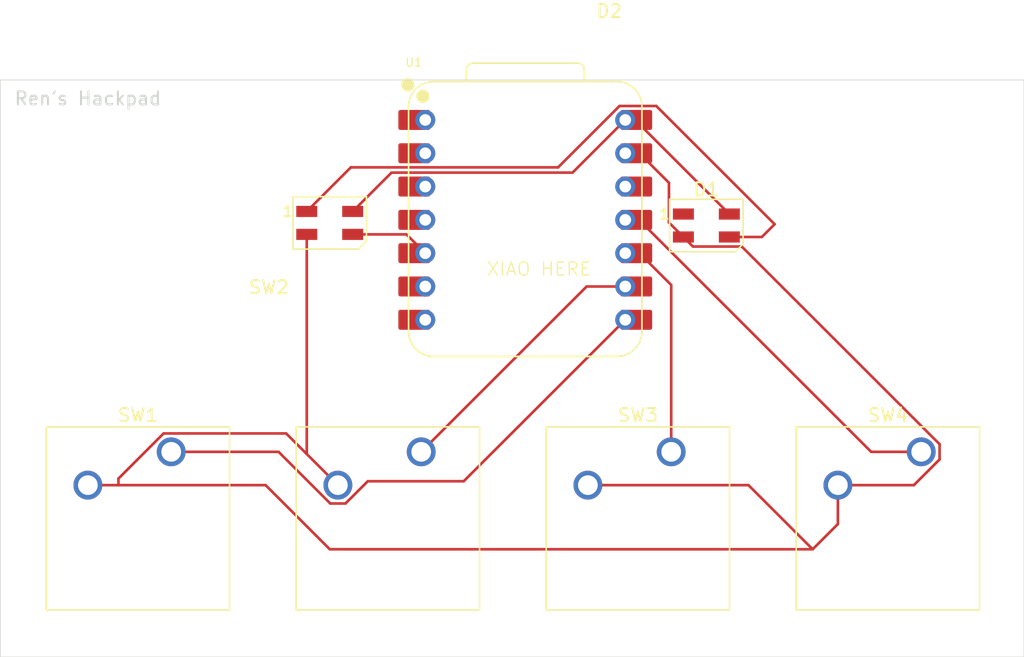
<source format=kicad_pcb>
(kicad_pcb (version 20241229) (generator "pcbnew") (generator_version "9.0")
  (layers (0 "F.Cu" signal) (2 "B.Cu" signal) (13 "F.Paste" user) (15 "B.Paste" user) (5 "F.SilkS" user "F.Silkscreen") (7 "B.SilkS" user "B.Silkscreen") (1 "F.Mask" user) (3 "B.Mask" user) (25 "Edge.Cuts" user))
  (net 0 "")
  (net 1 "GND")
  (net 3 "Net-(D1-DIN)")
  (net 4 "+5V")
  (net 5 "Net-(D2-DIN)")
  (net 6 "Net-(U1-GPIO1{slash}RX)")
  (net 7 "Net-(U1-GPIO2{slash}SCK)")
  (net 8 "Net-(U1-GPIO4{slash}MISO)")
  (net 9 "Net-(U1-GPIO3{slash}MOSI)")
  (footprint "OPL Lib:XIAO-RP2040-DIP" (layer "F.Cu") (at 70 48.6685)
    (property "Reference" "U1" (at -8.5 -12 0) (layer "F.SilkS") (effects (font (size 0.635 0.635) (thickness 0.1016))))
    (property "Value" "XIAO-RP2040-DIP")
    (fp_line (start -8.89 8.509) (end -8.89 -8.636) (stroke (width 0.127)) (layer "F.SilkS"))
    (fp_line (start -6.985 10.414) (end 6.985 10.414) (stroke (width 0.127)) (layer "F.SilkS"))
    (fp_line (start -4.495 -10.541) (end -4.491272 -11.451272) (stroke (width 0.127)) (layer "F.SilkS"))
    (fp_line (start -3.991272 -11.951) (end 4.004 -11.951) (stroke (width 0.127)) (layer "F.SilkS"))
    (fp_line (start 4.504 -11.451) (end 4.504 -10.541) (stroke (width 0.127)) (layer "F.SilkS"))
    (fp_line (start 6.985 -10.541) (end -6.985 -10.541) (stroke (width 0.1)) (layer "F.SilkS"))
    (fp_line (start 6.985 -10.541) (end -6.985 -10.541) (stroke (width 0.127)) (layer "F.SilkS"))
    (fp_line (start 8.89 8.509) (end 8.89 -8.636) (stroke (width 0.127)) (layer "F.SilkS"))
    (fp_arc (start -8.89 -8.636) (mid -8.332038 -9.983038) (end -6.985 -10.541) (stroke (width 0.127)) (layer "F.SilkS"))
    (fp_arc (start -6.985 10.414) (mid -8.332038 9.856038) (end -8.89 8.509) (stroke (width 0.127)) (layer "F.SilkS"))
    (fp_arc (start -4.491272 -11.451272) (mid -4.344728 -11.80464) (end -3.991272 -11.951) (stroke (width 0.127)) (layer "F.SilkS"))
    (fp_arc (start 4.004 -11.951) (mid 4.357553 -11.804553) (end 4.504 -11.451) (stroke (width 0.127)) (layer "F.SilkS"))
    (fp_arc (start 6.985 -10.541) (mid 8.332038 -9.983038) (end 8.89 -8.636) (stroke (width 0.127)) (layer "F.SilkS"))
    (fp_arc (start 8.89 8.509) (mid 8.332038 9.856038) (end 6.985 10.414) (stroke (width 0.127)) (layer "F.SilkS"))
    (fp_circle (center -8.95 -10.3) (end -8.95 -10.554) (stroke (width 0.5)) (fill yes) (layer "F.SilkS"))
    (fp_circle (center -7.807 -9.42) (end -7.807 -9.674) (stroke (width 0.5)) (fill yes) (layer "F.SilkS"))
    (pad "1" smd roundrect (at -8.455 -7.62 180) (size 2.432 1.524) (layers "F.Cu" "F.Mask") (roundrect_rratio 0.1))
    (pad "1" thru_hole circle (at -7.62 -7.62 180) (size 1.524 1.524) (drill 0.889) (layers "*.Cu" "*.Mask"))
    (pad "2" smd roundrect (at -8.455 -5.08 180) (size 2.432 1.524) (layers "F.Cu" "F.Mask") (roundrect_rratio 0.1))
    (pad "2" thru_hole circle (at -7.62 -5.08 180) (size 1.524 1.524) (drill 0.889) (layers "*.Cu" "*.Mask"))
    (pad "3" smd roundrect (at -8.455 -2.54 180) (size 2.432 1.524) (layers "F.Cu" "F.Mask") (roundrect_rratio 0.1))
    (pad "3" thru_hole circle (at -7.62 -2.54 180) (size 1.524 1.524) (drill 0.889) (layers "*.Cu" "*.Mask"))
    (pad "4" smd roundrect (at -8.455 0 180) (size 2.432 1.524) (layers "F.Cu" "F.Mask") (roundrect_rratio 0.1))
    (pad "4" thru_hole circle (at -7.62 0 180) (size 1.524 1.524) (drill 0.889) (layers "*.Cu" "*.Mask"))
    (pad "5" smd roundrect (at -8.455 2.54 180) (size 2.432 1.524) (layers "F.Cu" "F.Mask") (roundrect_rratio 0.1) (net 5 "Net-(D2-DIN)"))
    (pad "5" thru_hole circle (at -7.62 2.54 180) (size 1.524 1.524) (drill 0.889) (layers "*.Cu" "*.Mask") (net 5 "Net-(D2-DIN)"))
    (pad "6" smd roundrect (at -8.455 5.08 180) (size 2.432 1.524) (layers "F.Cu" "F.Mask") (roundrect_rratio 0.1))
    (pad "6" thru_hole circle (at -7.62 5.08 180) (size 1.524 1.524) (drill 0.889) (layers "*.Cu" "*.Mask"))
    (pad "7" smd roundrect (at -8.455 7.62 180) (size 2.432 1.524) (layers "F.Cu" "F.Mask") (roundrect_rratio 0.1))
    (pad "7" thru_hole circle (at -7.62 7.62 180) (size 1.524 1.524) (drill 0.889) (layers "*.Cu" "*.Mask"))
    (pad "8" thru_hole circle (at 7.62 7.62) (size 1.524 1.524) (drill 0.889) (layers "*.Cu" "*.Mask") (net 6 "Net-(U1-GPIO1{slash}RX)"))
    (pad "8" smd roundrect (at 8.455 7.62) (size 2.432 1.524) (layers "F.Cu" "F.Mask") (roundrect_rratio 0.1) (net 6 "Net-(U1-GPIO1{slash}RX)"))
    (pad "9" thru_hole circle (at 7.62 5.08) (size 1.524 1.524) (drill 0.889) (layers "*.Cu" "*.Mask") (net 7 "Net-(U1-GPIO2{slash}SCK)"))
    (pad "9" smd roundrect (at 8.455 5.08) (size 2.432 1.524) (layers "F.Cu" "F.Mask") (roundrect_rratio 0.1) (net 7 "Net-(U1-GPIO2{slash}SCK)"))
    (pad "10" thru_hole circle (at 7.62 2.54) (size 1.524 1.524) (drill 0.889) (layers "*.Cu" "*.Mask") (net 8 "Net-(U1-GPIO4{slash}MISO)"))
    (pad "10" smd roundrect (at 8.455 2.54) (size 2.432 1.524) (layers "F.Cu" "F.Mask") (roundrect_rratio 0.1) (net 8 "Net-(U1-GPIO4{slash}MISO)"))
    (pad "11" thru_hole circle (at 7.62 0) (size 1.524 1.524) (drill 0.889) (layers "*.Cu" "*.Mask") (net 9 "Net-(U1-GPIO3{slash}MOSI)"))
    (pad "11" smd roundrect (at 8.455 0) (size 2.432 1.524) (layers "F.Cu" "F.Mask") (roundrect_rratio 0.1) (net 9 "Net-(U1-GPIO3{slash}MOSI)"))
    (pad "12" thru_hole circle (at 7.62 -2.54) (size 1.524 1.524) (drill 0.889) (layers "*.Cu" "*.Mask"))
    (pad "12" smd roundrect (at 8.455 -2.54) (size 2.432 1.524) (layers "F.Cu" "F.Mask") (roundrect_rratio 0.1))
    (pad "13" thru_hole circle (at 7.62 -5.08) (size 1.524 1.524) (drill 0.889) (layers "*.Cu" "*.Mask") (net 1 "GND"))
    (pad "13" smd roundrect (at 8.455 -5.08) (size 2.432 1.524) (layers "F.Cu" "F.Mask") (roundrect_rratio 0.1) (net 1 "GND"))
    (pad "14" thru_hole circle (at 7.62 -7.62) (size 1.524 1.524) (drill 0.889) (layers "*.Cu" "*.Mask") (net 4 "+5V"))
    (pad "14" smd roundrect (at 8.455 -7.62) (size 2.432 1.524) (layers "F.Cu" "F.Mask") (roundrect_rratio 0.1) (net 4 "+5V"))
  )
  (footprint "LED_SMD:LED_SK6812MINI_PLCC4_3.5x3.5mm_P1.75mm" (layer "F.Cu") (at 83.8 49.1)
    (property "Reference" "D1" (at 0 -2.75 0) (layer "F.SilkS"))
    (property "Value" "SK6812MINI")
    (fp_line (start -2.8 -2) (end -2.8 2) (stroke (width 0.12)) (layer "F.SilkS"))
    (fp_line (start -2.8 -2) (end 2.8 -2) (stroke (width 0.12)) (layer "F.SilkS"))
    (fp_line (start -2.8 2) (end 2.2 2) (stroke (width 0.12)) (layer "F.SilkS"))
    (fp_line (start 2.8 1.4) (end 2.2 2) (stroke (width 0.12)) (layer "F.SilkS"))
    (fp_line (start 2.8 1.4) (end 2.8 -2) (stroke (width 0.12)) (layer "F.SilkS"))
    (fp_text user "1" (at -3.2 -0.875 0) (layer "F.SilkS") (effects (font (size 0.8 0.8))))
    (pad "1" smd rect (at -1.75 -0.875) (size 1.6 0.85) (layers "F.Cu" "F.Mask" "F.Paste"))
    (pad "2" smd rect (at -1.75 0.875) (size 1.6 0.85) (layers "F.Cu" "F.Mask" "F.Paste") (net 1 "GND"))
    (pad "3" smd rect (at 1.75 0.875) (size 1.6 0.85) (layers "F.Cu" "F.Mask" "F.Paste") (net 3 "Net-(D1-DIN)"))
    (pad "4" smd rect (at 1.75 -0.875) (size 1.6 0.85) (layers "F.Cu" "F.Mask" "F.Paste") (net 4 "+5V"))
  )
  (footprint "Button_Switch_Keyboard:SW_Cherry_MX_1.00u_PCB" (layer "F.Cu") (at 100.17125 66.3575)
    (property "Reference" "SW4" (at -2.54 -2.794 0) (layer "F.SilkS"))
    (property "Value" "SW_Push")
    (fp_line (start -9.525 -1.905) (end 4.445 -1.905) (stroke (width 0.12)) (layer "F.SilkS"))
    (fp_line (start -9.525 12.065) (end -9.525 -1.905) (stroke (width 0.12)) (layer "F.SilkS"))
    (fp_line (start 4.445 -1.905) (end 4.445 12.065) (stroke (width 0.12)) (layer "F.SilkS"))
    (fp_line (start 4.445 12.065) (end -9.525 12.065) (stroke (width 0.12)) (layer "F.SilkS"))
    (pad "" np_thru_hole circle (at -7.62 5.08) (size 1.7 1.7) (drill 1.7) (layers "*.Cu" "*.Mask"))
    (pad "" np_thru_hole circle (at -2.54 5.08) (size 4 4) (drill 4) (layers "*.Cu" "*.Mask"))
    (pad "" np_thru_hole circle (at 2.54 5.08) (size 1.7 1.7) (drill 1.7) (layers "*.Cu" "*.Mask"))
    (pad "1" thru_hole circle (at 0 0) (size 2.2 2.2) (drill 1.5) (layers "*.Cu" "*.Mask") (net 9 "Net-(U1-GPIO3{slash}MOSI)"))
    (pad "2" thru_hole circle (at -6.35 2.54) (size 2.2 2.2) (drill 1.5) (layers "*.Cu" "*.Mask") (net 1 "GND"))
  )
  (footprint "Button_Switch_Keyboard:SW_Cherry_MX_1.00u_PCB" (layer "F.Cu") (at 43.02125 66.3575)
    (property "Reference" "SW1" (at -2.54 -2.794 0) (layer "F.SilkS"))
    (property "Value" "SW_Push")
    (fp_line (start -9.525 -1.905) (end 4.445 -1.905) (stroke (width 0.12)) (layer "F.SilkS"))
    (fp_line (start -9.525 12.065) (end -9.525 -1.905) (stroke (width 0.12)) (layer "F.SilkS"))
    (fp_line (start 4.445 -1.905) (end 4.445 12.065) (stroke (width 0.12)) (layer "F.SilkS"))
    (fp_line (start 4.445 12.065) (end -9.525 12.065) (stroke (width 0.12)) (layer "F.SilkS"))
    (pad "" np_thru_hole circle (at -7.62 5.08) (size 1.7 1.7) (drill 1.7) (layers "*.Cu" "*.Mask"))
    (pad "" np_thru_hole circle (at -2.54 5.08) (size 4 4) (drill 4) (layers "*.Cu" "*.Mask"))
    (pad "" np_thru_hole circle (at 2.54 5.08) (size 1.7 1.7) (drill 1.7) (layers "*.Cu" "*.Mask"))
    (pad "1" thru_hole circle (at 0 0) (size 2.2 2.2) (drill 1.5) (layers "*.Cu" "*.Mask") (net 6 "Net-(U1-GPIO1{slash}RX)"))
    (pad "2" thru_hole circle (at -6.35 2.54) (size 2.2 2.2) (drill 1.5) (layers "*.Cu" "*.Mask") (net 1 "GND"))
  )
  (footprint "Button_Switch_Keyboard:SW_Cherry_MX_1.00u_PCB" (layer "F.Cu") (at 62.07125 66.3575)
    (property "Reference" "SW2" (at -11.61375 -12.55025 0) (layer "F.SilkS"))
    (property "Value" "SW_Push")
    (fp_line (start -9.525 -1.905) (end 4.445 -1.905) (stroke (width 0.12)) (layer "F.SilkS"))
    (fp_line (start -9.525 12.065) (end -9.525 -1.905) (stroke (width 0.12)) (layer "F.SilkS"))
    (fp_line (start 4.445 -1.905) (end 4.445 12.065) (stroke (width 0.12)) (layer "F.SilkS"))
    (fp_line (start 4.445 12.065) (end -9.525 12.065) (stroke (width 0.12)) (layer "F.SilkS"))
    (pad "" np_thru_hole circle (at -7.62 5.08) (size 1.7 1.7) (drill 1.7) (layers "*.Cu" "*.Mask"))
    (pad "" np_thru_hole circle (at -2.54 5.08) (size 4 4) (drill 4) (layers "*.Cu" "*.Mask"))
    (pad "" np_thru_hole circle (at 2.54 5.08) (size 1.7 1.7) (drill 1.7) (layers "*.Cu" "*.Mask"))
    (pad "1" thru_hole circle (at 0 0) (size 2.2 2.2) (drill 1.5) (layers "*.Cu" "*.Mask") (net 7 "Net-(U1-GPIO2{slash}SCK)"))
    (pad "2" thru_hole circle (at -6.35 2.54) (size 2.2 2.2) (drill 1.5) (layers "*.Cu" "*.Mask") (net 1 "GND"))
  )
  (footprint "LED_SMD:LED_SK6812MINI_PLCC4_3.5x3.5mm_P1.75mm" (layer "F.Cu") (at 55.1 48.9)
    (property "Reference" "D2" (at 21.3 -16.15 0) (layer "F.SilkS"))
    (property "Value" "SK6812MINI")
    (fp_line (start -2.8 -2) (end -2.8 2) (stroke (width 0.12)) (layer "F.SilkS"))
    (fp_line (start -2.8 -2) (end 2.8 -2) (stroke (width 0.12)) (layer "F.SilkS"))
    (fp_line (start -2.8 2) (end 2.2 2) (stroke (width 0.12)) (layer "F.SilkS"))
    (fp_line (start 2.8 1.4) (end 2.2 2) (stroke (width 0.12)) (layer "F.SilkS"))
    (fp_line (start 2.8 1.4) (end 2.8 -2) (stroke (width 0.12)) (layer "F.SilkS"))
    (fp_text user "1" (at -3.2 -0.875 0) (layer "F.SilkS") (effects (font (size 0.8 0.8))))
    (pad "1" smd rect (at -1.75 -0.875) (size 1.6 0.85) (layers "F.Cu" "F.Mask" "F.Paste") (net 3 "Net-(D1-DIN)"))
    (pad "2" smd rect (at -1.75 0.875) (size 1.6 0.85) (layers "F.Cu" "F.Mask" "F.Paste") (net 1 "GND"))
    (pad "3" smd rect (at 1.75 0.875) (size 1.6 0.85) (layers "F.Cu" "F.Mask" "F.Paste") (net 5 "Net-(D2-DIN)"))
    (pad "4" smd rect (at 1.75 -0.875) (size 1.6 0.85) (layers "F.Cu" "F.Mask" "F.Paste") (net 4 "+5V"))
  )
  (footprint "Button_Switch_Keyboard:SW_Cherry_MX_1.00u_PCB" (layer "F.Cu") (at 81.12125 66.3575)
    (property "Reference" "SW3" (at -2.54 -2.794 0) (layer "F.SilkS"))
    (property "Value" "SW_Push")
    (fp_line (start -9.525 -1.905) (end 4.445 -1.905) (stroke (width 0.12)) (layer "F.SilkS"))
    (fp_line (start -9.525 12.065) (end -9.525 -1.905) (stroke (width 0.12)) (layer "F.SilkS"))
    (fp_line (start 4.445 -1.905) (end 4.445 12.065) (stroke (width 0.12)) (layer "F.SilkS"))
    (fp_line (start 4.445 12.065) (end -9.525 12.065) (stroke (width 0.12)) (layer "F.SilkS"))
    (pad "" np_thru_hole circle (at -7.62 5.08) (size 1.7 1.7) (drill 1.7) (layers "*.Cu" "*.Mask"))
    (pad "" np_thru_hole circle (at -2.54 5.08) (size 4 4) (drill 4) (layers "*.Cu" "*.Mask"))
    (pad "" np_thru_hole circle (at 2.54 5.08) (size 1.7 1.7) (drill 1.7) (layers "*.Cu" "*.Mask"))
    (pad "1" thru_hole circle (at 0 0) (size 2.2 2.2) (drill 1.5) (layers "*.Cu" "*.Mask") (net 8 "Net-(U1-GPIO4{slash}MISO)"))
    (pad "2" thru_hole circle (at -6.35 2.54) (size 2.2 2.2) (drill 1.5) (layers "*.Cu" "*.Mask") (net 1 "GND"))
  )
  (gr_rect (start 30 38) (end 108 82) (stroke (width 0.05)) (fill no) (layer "Edge.Cuts"))
  (gr_text "XIAO HERE" (at 67 53 0) (layer "F.SilkS") (effects (font (size 1 1) (thickness 0.1)) (justify left bottom)))
  (gr_text "Ren's Hackpad" (at 31 40 0) (layer "Edge.Cuts") (effects (font (size 1 1)) (justify left bottom)))
  (segment (start 53.35 49.775) (end 53.35 66.52625) (width 0.2) (layer "F.Cu") (net 1))
  (segment (start 101.57225 66.937814) (end 99.612564 68.8975) (width 0.2) (layer "F.Cu") (net 1))
  (segment (start 82.05 49.975) (end 82.776 50.701) (width 0.2) (layer "F.Cu") (net 1))
  (segment (start 39 68.8975) (end 39 68.397436) (width 0.2) (layer "F.Cu") (net 1))
  (segment (start 82.776 50.701) (end 86.496064 50.701) (width 0.2) (layer "F.Cu") (net 1))
  (segment (start 101.57225 65.777186) (end 101.57225 66.937814) (width 0.2) (layer "F.Cu") (net 1))
  (segment (start 86.496064 50.701) (end 101.57225 65.777186) (width 0.2) (layer "F.Cu") (net 1))
  (segment (start 50.21278 68.8975) (end 55.10378 73.7885) (width 0.2) (layer "F.Cu") (net 1))
  (segment (start 93.82125 71.86597) (end 93.82125 68.8975) (width 0.2) (layer "F.Cu") (net 1))
  (segment (start 74.77125 68.8975) (end 87.00772 68.8975) (width 0.2) (layer "F.Cu") (net 1))
  (segment (start 53.35 66.52625) (end 55.72125 68.8975) (width 0.2) (layer "F.Cu") (net 1))
  (segment (start 91.89872 73.7885) (end 93.82125 71.86597) (width 0.2) (layer "F.Cu") (net 1))
  (segment (start 80.949 48.874) (end 80.949 45.83987) (width 0.2) (layer "F.Cu") (net 1))
  (segment (start 82.05 49.975) (end 80.949 48.874) (width 0.2) (layer "F.Cu") (net 1))
  (segment (start 39 68.397436) (end 42.440936 64.9565) (width 0.2) (layer "F.Cu") (net 1))
  (segment (start 42.440936 64.9565) (end 51.78025 64.9565) (width 0.2) (layer "F.Cu") (net 1))
  (segment (start 78.69763 43.5885) (end 77.62 43.5885) (width 0.2) (layer "F.Cu") (net 1))
  (segment (start 39 68.8975) (end 50.21278 68.8975) (width 0.2) (layer "F.Cu") (net 1))
  (segment (start 51.78025 64.9565) (end 53.35 66.52625) (width 0.2) (layer "F.Cu") (net 1))
  (segment (start 99.612564 68.8975) (end 93.82125 68.8975) (width 0.2) (layer "F.Cu") (net 1))
  (segment (start 87.00772 68.8975) (end 91.89872 73.7885) (width 0.2) (layer "F.Cu") (net 1))
  (segment (start 36.67125 68.8975) (end 39 68.8975) (width 0.2) (layer "F.Cu") (net 1))
  (segment (start 80.949 45.83987) (end 78.69763 43.5885) (width 0.2) (layer "F.Cu") (net 1))
  (segment (start 55.10378 73.7885) (end 91.89872 73.7885) (width 0.2) (layer "F.Cu") (net 1))
  (segment (start 77.17969 39.9855) (end 79.9855 39.9855) (width 0.2) (layer "F.Cu") (net 3))
  (segment (start 53.35 48.025) (end 56.7105 44.6645) (width 0.2) (layer "F.Cu") (net 3))
  (segment (start 89 49) (end 88.025 49.975) (width 0.2) (layer "F.Cu") (net 3))
  (segment (start 56.7105 44.6645) (end 72.50069 44.6645) (width 0.2) (layer "F.Cu") (net 3))
  (segment (start 79.9855 39.9855) (end 89 49) (width 0.2) (layer "F.Cu") (net 3))
  (segment (start 72.50069 44.6645) (end 77.17969 39.9855) (width 0.2) (layer "F.Cu") (net 3))
  (segment (start 88.025 49.975) (end 85.55 49.975) (width 0.2) (layer "F.Cu") (net 3))
  (segment (start 77.62 41.0485) (end 73.603 45.0655) (width 0.2) (layer "F.Cu") (net 4))
  (segment (start 78.3735 41.0485) (end 77.62 41.0485) (width 0.2) (layer "F.Cu") (net 4))
  (segment (start 73.603 45.0655) (end 59.8095 45.0655) (width 0.2) (layer "F.Cu") (net 4))
  (segment (start 59.8095 45.0655) (end 56.85 48.025) (width 0.2) (layer "F.Cu") (net 4))
  (segment (start 85.55 48.225) (end 78.3735 41.0485) (width 0.2) (layer "F.Cu") (net 4))
  (segment (start 56.85 49.775) (end 60.9465 49.775) (width 0.2) (layer "F.Cu") (net 5))
  (segment (start 60.9465 49.775) (end 62.38 51.2085) (width 0.2) (layer "F.Cu") (net 5))
  (segment (start 51.199936 66.3575) (end 55.140936 70.2985) (width 0.2) (layer "F.Cu") (net 6))
  (segment (start 65.308436 68.600064) (end 77.62 56.2885) (width 0.2) (layer "F.Cu") (net 6))
  (segment (start 43.02125 66.3575) (end 51.199936 66.3575) (width 0.2) (layer "F.Cu") (net 6))
  (segment (start 55.140936 70.2985) (end 56.301564 70.2985) (width 0.2) (layer "F.Cu") (net 6))
  (segment (start 58 68.600064) (end 65.308436 68.600064) (width 0.2) (layer "F.Cu") (net 6))
  (segment (start 56.301564 70.2985) (end 58 68.600064) (width 0.2) (layer "F.Cu") (net 6))
  (segment (start 74.68025 53.7485) (end 62.07125 66.3575) (width 0.2) (layer "F.Cu") (net 7))
  (segment (start 77.62 53.7485) (end 74.68025 53.7485) (width 0.2) (layer "F.Cu") (net 7))
  (segment (start 78.69763 51.2085) (end 81.12125 53.63212) (width 0.2) (layer "F.Cu") (net 8))
  (segment (start 77.62 51.2085) (end 78.69763 51.2085) (width 0.2) (layer "F.Cu") (net 8))
  (segment (start 81.12125 53.63212) (end 81.12125 66.3575) (width 0.2) (layer "F.Cu") (net 8))
  (segment (start 96.3575 66.3575) (end 78.6685 48.6685) (width 0.2) (layer "F.Cu") (net 9))
  (segment (start 100.17125 66.3575) (end 96.3575 66.3575) (width 0.2) (layer "F.Cu") (net 9))
  (segment (start 78.6685 48.6685) (end 77.62 48.6685) (width 0.2) (layer "F.Cu") (net 9))
)
</source>
